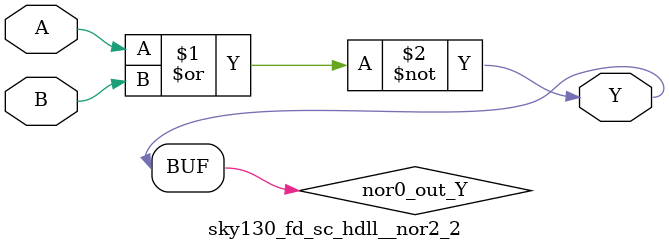
<source format=v>
/*
 * Copyright 2020 The SkyWater PDK Authors
 *
 * Licensed under the Apache License, Version 2.0 (the "License");
 * you may not use this file except in compliance with the License.
 * You may obtain a copy of the License at
 *
 *     https://www.apache.org/licenses/LICENSE-2.0
 *
 * Unless required by applicable law or agreed to in writing, software
 * distributed under the License is distributed on an "AS IS" BASIS,
 * WITHOUT WARRANTIES OR CONDITIONS OF ANY KIND, either express or implied.
 * See the License for the specific language governing permissions and
 * limitations under the License.
 *
 * SPDX-License-Identifier: Apache-2.0
*/


`ifndef SKY130_FD_SC_HDLL__NOR2_2_FUNCTIONAL_V
`define SKY130_FD_SC_HDLL__NOR2_2_FUNCTIONAL_V

/**
 * nor2: 2-input NOR.
 *
 * Verilog simulation functional model.
 */

`timescale 1ns / 1ps
`default_nettype none

`celldefine
module sky130_fd_sc_hdll__nor2_2 (
    Y,
    A,
    B
);

    // Module ports
    output Y;
    input  A;
    input  B;

    // Local signals
    wire nor0_out_Y;

    //  Name  Output      Other arguments
    nor nor0 (nor0_out_Y, A, B           );
    buf buf0 (Y         , nor0_out_Y     );

endmodule
`endcelldefine

`default_nettype wire
`endif  // SKY130_FD_SC_HDLL__NOR2_2_FUNCTIONAL_V

</source>
